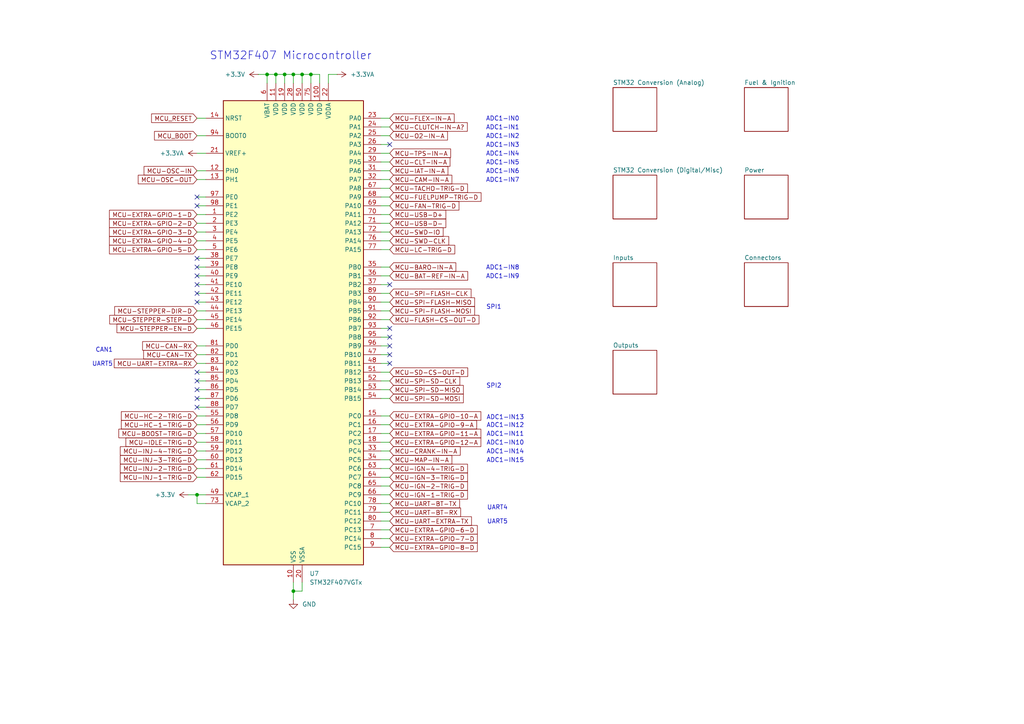
<source format=kicad_sch>
(kicad_sch (version 20250114) (generator "eeschema") (generator_version "9.0")
  (paper "A4")
  (title_block (title "0.4") (date "2021-03-27") (rev "4d") (company "Speeduino"))
  (lib_symbols
    (symbol "MCU_ST_STM32F4:STM32F407VGTx"
      (property "Reference" "U" (at -20.32 69.85 0))
      (property "Value" "STM32F407VGTx" (at 12.7 69.85 0))
      (symbol "STM32F407VGTx_0_1"
        (rectangle (start -20.32 -66.04) (end 20.32 68.58) (stroke (width 0.254)) (fill (type background)))
      )
      (symbol "STM32F407VGTx_1_1"
        (pin input line (at -25.4 63.5 0) (length 5.08) (name "NRST") (number "14"))
        (pin input line (at -25.4 58.42 0) (length 5.08) (name "BOOT0") (number "94"))
        (pin input line (at -25.4 53.34 0) (length 5.08) (name "VREF+") (number "21"))
        (pin bidirectional line (at -25.4 48.26 0) (length 5.08) (name "PH0") (number "12"))
        (pin bidirectional line (at -25.4 45.72 0) (length 5.08) (name "PH1") (number "13"))
        (pin bidirectional line (at -25.4 40.64 0) (length 5.08) (name "PE0") (number "97"))
        (pin bidirectional line (at -25.4 38.1 0) (length 5.08) (name "PE1") (number "98"))
        (pin bidirectional line (at -25.4 35.56 0) (length 5.08) (name "PE2") (number "1"))
        (pin bidirectional line (at -25.4 33.02 0) (length 5.08) (name "PE3") (number "2"))
        (pin bidirectional line (at -25.4 30.48 0) (length 5.08) (name "PE4") (number "3"))
        (pin bidirectional line (at -25.4 27.94 0) (length 5.08) (name "PE5") (number "4"))
        (pin bidirectional line (at -25.4 25.4 0) (length 5.08) (name "PE6") (number "5"))
        (pin bidirectional line (at -25.4 22.86 0) (length 5.08) (name "PE7") (number "38"))
        (pin bidirectional line (at -25.4 20.32 0) (length 5.08) (name "PE8") (number "39"))
        (pin bidirectional line (at -25.4 17.78 0) (length 5.08) (name "PE9") (number "40"))
        (pin bidirectional line (at -25.4 15.24 0) (length 5.08) (name "PE10") (number "41"))
        (pin bidirectional line (at -25.4 12.7 0) (length 5.08) (name "PE11") (number "42"))
        (pin bidirectional line (at -25.4 10.16 0) (length 5.08) (name "PE12") (number "43"))
        (pin bidirectional line (at -25.4 7.62 0) (length 5.08) (name "PE13") (number "44"))
        (pin bidirectional line (at -25.4 5.08 0) (length 5.08) (name "PE14") (number "45"))
        (pin bidirectional line (at -25.4 2.54 0) (length 5.08) (name "PE15") (number "46"))
        (pin bidirectional line (at -25.4 -2.54 0) (length 5.08) (name "PD0") (number "81"))
        (pin bidirectional line (at -25.4 -5.08 0) (length 5.08) (name "PD1") (number "82"))
        (pin bidirectional line (at -25.4 -7.62 0) (length 5.08) (name "PD2") (number "83"))
        (pin bidirectional line (at -25.4 -10.16 0) (length 5.08) (name "PD3") (number "84"))
        (pin bidirectional line (at -25.4 -12.7 0) (length 5.08) (name "PD4") (number "85"))
        (pin bidirectional line (at -25.4 -15.24 0) (length 5.08) (name "PD5") (number "86"))
        (pin bidirectional line (at -25.4 -17.78 0) (length 5.08) (name "PD6") (number "87"))
        (pin bidirectional line (at -25.4 -20.32 0) (length 5.08) (name "PD7") (number "88"))
        (pin bidirectional line (at -25.4 -22.86 0) (length 5.08) (name "PD8") (number "55"))
        (pin bidirectional line (at -25.4 -25.4 0) (length 5.08) (name "PD9") (number "56"))
        (pin bidirectional line (at -25.4 -27.94 0) (length 5.08) (name "PD10") (number "57"))
        (pin bidirectional line (at -25.4 -30.48 0) (length 5.08) (name "PD11") (number "58"))
        (pin bidirectional line (at -25.4 -33.02 0) (length 5.08) (name "PD12") (number "59"))
        (pin bidirectional line (at -25.4 -35.56 0) (length 5.08) (name "PD13") (number "60"))
        (pin bidirectional line (at -25.4 -38.1 0) (length 5.08) (name "PD14") (number "61"))
        (pin bidirectional line (at -25.4 -40.64 0) (length 5.08) (name "PD15") (number "62"))
        (pin power_out line (at -25.4 -45.72 0) (length 5.08) (name "VCAP_1") (number "49"))
        (pin power_out line (at -25.4 -48.26 0) (length 5.08) (name "VCAP_2") (number "73"))
        (pin power_in line (at -7.62 73.66 270) (length 5.08) (name "VBAT") (number "6"))
        (pin power_in line (at -5.08 73.66 270) (length 5.08) (name "VDD") (number "11"))
        (pin power_in line (at -2.54 73.66 270) (length 5.08) (name "VDD") (number "19"))
        (pin power_in line (at 0 73.66 270) (length 5.08) (name "VDD") (number "28"))
        (pin power_in line (at 0 -71.12 90) (length 5.08) (name "VSS") (number "10"))
        (pin passive line (at 0 -71.12 90) (length 5.08) (hide yes) (name "VSS") (number "27"))
        (pin passive line (at 0 -71.12 90) (length 5.08) (hide yes) (name "VSS") (number "74"))
        (pin passive line (at 0 -71.12 90) (length 5.08) (hide yes) (name "VSS") (number "99"))
        (pin power_in line (at 2.54 73.66 270) (length 5.08) (name "VDD") (number "50"))
        (pin power_in line (at 2.54 -71.12 90) (length 5.08) (name "VSSA") (number "20"))
        (pin power_in line (at 5.08 73.66 270) (length 5.08) (name "VDD") (number "75"))
        (pin power_in line (at 7.62 73.66 270) (length 5.08) (name "VDD") (number "100"))
        (pin power_in line (at 10.16 73.66 270) (length 5.08) (name "VDDA") (number "22"))
        (pin bidirectional line (at 25.4 63.5 180) (length 5.08) (name "PA0") (number "23"))
        (pin bidirectional line (at 25.4 60.96 180) (length 5.08) (name "PA1") (number "24"))
        (pin bidirectional line (at 25.4 58.42 180) (length 5.08) (name "PA2") (number "25"))
        (pin bidirectional line (at 25.4 55.88 180) (length 5.08) (name "PA3") (number "26"))
        (pin bidirectional line (at 25.4 53.34 180) (length 5.08) (name "PA4") (number "29"))
        (pin bidirectional line (at 25.4 50.8 180) (length 5.08) (name "PA5") (number "30"))
        (pin bidirectional line (at 25.4 48.26 180) (length 5.08) (name "PA6") (number "31"))
        (pin bidirectional line (at 25.4 45.72 180) (length 5.08) (name "PA7") (number "32"))
        (pin bidirectional line (at 25.4 43.18 180) (length 5.08) (name "PA8") (number "67"))
        (pin bidirectional line (at 25.4 40.64 180) (length 5.08) (name "PA9") (number "68"))
        (pin bidirectional line (at 25.4 38.1 180) (length 5.08) (name "PA10") (number "69"))
        (pin bidirectional line (at 25.4 35.56 180) (length 5.08) (name "PA11") (number "70"))
        (pin bidirectional line (at 25.4 33.02 180) (length 5.08) (name "PA12") (number "71"))
        (pin bidirectional line (at 25.4 30.48 180) (length 5.08) (name "PA13") (number "72"))
        (pin bidirectional line (at 25.4 27.94 180) (length 5.08) (name "PA14") (number "76"))
        (pin bidirectional line (at 25.4 25.4 180) (length 5.08) (name "PA15") (number "77"))
        (pin bidirectional line (at 25.4 20.32 180) (length 5.08) (name "PB0") (number "35"))
        (pin bidirectional line (at 25.4 17.78 180) (length 5.08) (name "PB1") (number "36"))
        (pin bidirectional line (at 25.4 15.24 180) (length 5.08) (name "PB2") (number "37"))
        (pin bidirectional line (at 25.4 12.7 180) (length 5.08) (name "PB3") (number "89"))
        (pin bidirectional line (at 25.4 10.16 180) (length 5.08) (name "PB4") (number "90"))
        (pin bidirectional line (at 25.4 7.62 180) (length 5.08) (name "PB5") (number "91"))
        (pin bidirectional line (at 25.4 5.08 180) (length 5.08) (name "PB6") (number "92"))
        (pin bidirectional line (at 25.4 2.54 180) (length 5.08) (name "PB7") (number "93"))
        (pin bidirectional line (at 25.4 0 180) (length 5.08) (name "PB8") (number "95"))
        (pin bidirectional line (at 25.4 -2.54 180) (length 5.08) (name "PB9") (number "96"))
        (pin bidirectional line (at 25.4 -5.08 180) (length 5.08) (name "PB10") (number "47"))
        (pin bidirectional line (at 25.4 -7.62 180) (length 5.08) (name "PB11") (number "48"))
        (pin bidirectional line (at 25.4 -10.16 180) (length 5.08) (name "PB12") (number "51"))
        (pin bidirectional line (at 25.4 -12.7 180) (length 5.08) (name "PB13") (number "52"))
        (pin bidirectional line (at 25.4 -15.24 180) (length 5.08) (name "PB14") (number "53"))
        (pin bidirectional line (at 25.4 -17.78 180) (length 5.08) (name "PB15") (number "54"))
        (pin bidirectional line (at 25.4 -22.86 180) (length 5.08) (name "PC0") (number "15"))
        (pin bidirectional line (at 25.4 -25.4 180) (length 5.08) (name "PC1") (number "16"))
        (pin bidirectional line (at 25.4 -27.94 180) (length 5.08) (name "PC2") (number "17"))
        (pin bidirectional line (at 25.4 -30.48 180) (length 5.08) (name "PC3") (number "18"))
        (pin bidirectional line (at 25.4 -33.02 180) (length 5.08) (name "PC4") (number "33"))
        (pin bidirectional line (at 25.4 -35.56 180) (length 5.08) (name "PC5") (number "34"))
        (pin bidirectional line (at 25.4 -38.1 180) (length 5.08) (name "PC6") (number "63"))
        (pin bidirectional line (at 25.4 -40.64 180) (length 5.08) (name "PC7") (number "64"))
        (pin bidirectional line (at 25.4 -43.18 180) (length 5.08) (name "PC8") (number "65"))
        (pin bidirectional line (at 25.4 -45.72 180) (length 5.08) (name "PC9") (number "66"))
        (pin bidirectional line (at 25.4 -48.26 180) (length 5.08) (name "PC10") (number "78"))
        (pin bidirectional line (at 25.4 -50.8 180) (length 5.08) (name "PC11") (number "79"))
        (pin bidirectional line (at 25.4 -53.34 180) (length 5.08) (name "PC12") (number "80"))
        (pin bidirectional line (at 25.4 -55.88 180) (length 5.08) (name "PC13") (number "7"))
        (pin bidirectional line (at 25.4 -58.42 180) (length 5.08) (name "PC14") (number "8"))
        (pin bidirectional line (at 25.4 -60.96 180) (length 5.08) (name "PC15") (number "9"))
      )
    )
    (symbol "power:+3.3V" (power) (pin_numbers (hide yes)) (pin_names (offset 0) (hide yes))
      (property "Value" "+3.3V" (at 0 3.556 0))
      (symbol "+3.3V_0_1"
        (polyline (pts (xy -0.762 1.27) (xy 0 2.54)))
        (polyline (pts (xy 0 2.54) (xy 0.762 1.27)))
        (polyline (pts (xy 0 0) (xy 0 2.54)))
      )
      (symbol "+3.3V_1_1"
        (pin power_in line (at 0 0 90) (length 0) (name "~") (number "1"))
      )
    )
    (symbol "power:+3.3VA" (power) (pin_numbers (hide yes)) (pin_names (offset 0) (hide yes))
      (property "Value" "+3.3VA" (at 0 3.556 0))
      (symbol "+3.3VA_0_1"
        (polyline (pts (xy -0.762 1.27) (xy 0 2.54)))
        (polyline (pts (xy 0 2.54) (xy 0.762 1.27)))
        (polyline (pts (xy 0 0) (xy 0 2.54)))
      )
      (symbol "+3.3VA_1_1"
        (pin power_in line (at 0 0 90) (length 0) (name "~") (number "1"))
      )
    )
    (symbol "power:GND" (power) (pin_numbers (hide yes)) (pin_names (offset 0) (hide yes))
      (property "Value" "GND" (at 0 -3.81 0))
      (symbol "GND_0_1"
        (polyline (pts (xy 0 0) (xy 0 -1.27) (xy 1.27 -1.27) (xy 0 -2.54) (xy -1.27 -1.27) (xy 0 -1.27)))
      )
      (symbol "GND_1_1"
        (pin power_in line (at 0 0 270) (length 0) (name "~") (number "1"))
      )
    )
  )
  (text "SPI1" (at 143.256 89.154 0) (effects (font (size 1.27 1.27))))
  (text "ADC1-IN3" (at 145.796 42.164 0) (effects (font (size 1.27 1.27))))
  (text "CAN1" (at 30.226 101.6 0) (effects (font (size 1.27 1.27))))
  (text "ADC1-IN14" (at 146.558 131.064 0) (effects (font (size 1.27 1.27))))
  (text "ADC1-IN2" (at 145.796 39.624 0) (effects (font (size 1.27 1.27))))
  (text "ADC1-IN5" (at 145.796 47.244 0) (effects (font (size 1.27 1.27))))
  (text "UART5\n" (at 29.718 105.664 0) (effects (font (size 1.27 1.27))))
  (text "ADC1-IN9" (at 145.796 80.264 0) (effects (font (size 1.27 1.27))))
  (text "ADC1-IN13" (at 146.558 121.158 0) (effects (font (size 1.27 1.27))))
  (text "ADC1-IN10" (at 146.558 128.524 0) (effects (font (size 1.27 1.27))))
  (text "SPI2" (at 143.256 112.014 0) (effects (font (size 1.27 1.27))))
  (text "ADC1-IN15" (at 146.558 133.604 0) (effects (font (size 1.27 1.27))))
  (text "ADC1-IN8" (at 145.796 77.724 0) (effects (font (size 1.27 1.27))))
  (text "ADC1-IN0" (at 145.796 34.544 0) (effects (font (size 1.27 1.27))))
  (text "STM32F407 Microcontroller" (at 84.328 16.256 0) (effects (font (size 2.286 2.286))))
  (text "UART4" (at 144.272 147.32 0) (effects (font (size 1.27 1.27))))
  (text "ADC1-IN4" (at 145.796 44.704 0) (effects (font (size 1.27 1.27))))
  (text "ADC1-IN7" (at 145.796 52.324 0) (effects (font (size 1.27 1.27))))
  (text "UART5\n" (at 144.272 151.384 0) (effects (font (size 1.27 1.27))))
  (text "ADC1-IN1" (at 145.796 37.084 0) (effects (font (size 1.27 1.27))))
  (text "ADC1-IN12" (at 146.558 123.444 0) (effects (font (size 1.27 1.27))))
  (text "ADC1-IN11" (at 146.558 125.984 0) (effects (font (size 1.27 1.27))))
  (text "ADC1-IN6" (at 145.796 49.784 0) (effects (font (size 1.27 1.27))))
  (junction (at 57.15 143.51))
  (junction (at 85.09 21.59))
  (junction (at 82.55 21.59))
  (junction (at 77.47 21.59))
  (junction (at 85.09 171.45))
  (junction (at 87.63 21.59))
  (junction (at 90.17 21.59))
  (junction (at 80.01 21.59))
  (no_connect (at 113.03 97.79))
  (no_connect (at 57.15 85.09))
  (no_connect (at 57.15 80.01))
  (no_connect (at 113.03 105.41))
  (no_connect (at 57.15 57.15))
  (no_connect (at 57.15 118.11))
  (no_connect (at 113.03 82.55))
  (no_connect (at 57.15 87.63))
  (no_connect (at 57.15 113.03))
  (no_connect (at 113.03 102.87))
  (no_connect (at 57.15 82.55))
  (no_connect (at 113.03 100.33))
  (no_connect (at 113.03 41.91))
  (no_connect (at 57.15 115.57))
  (no_connect (at 57.15 107.95))
  (no_connect (at 57.15 59.69))
  (no_connect (at 57.15 77.47))
  (no_connect (at 57.15 74.93))
  (no_connect (at 57.15 110.49))
  (no_connect (at 113.03 95.25))
  (wire (pts (xy 110.49 52.07) (xy 113.03 52.07)))
  (wire (pts (xy 110.49 72.39) (xy 113.03 72.39)))
  (wire (pts (xy 57.15 80.01) (xy 59.69 80.01)))
  (wire (pts (xy 110.49 120.65) (xy 113.03 120.65)))
  (wire (pts (xy 110.49 146.05) (xy 113.03 146.05)))
  (wire (pts (xy 80.01 21.59) (xy 80.01 24.13)))
  (wire (pts (xy 87.63 21.59) (xy 90.17 21.59)))
  (wire (pts (xy 57.15 133.35) (xy 59.69 133.35)))
  (wire (pts (xy 110.49 92.71) (xy 113.03 92.71)))
  (wire (pts (xy 110.49 102.87) (xy 113.03 102.87)))
  (wire (pts (xy 57.15 92.71) (xy 59.69 92.71)))
  (wire (pts (xy 57.15 105.41) (xy 59.69 105.41)))
  (wire (pts (xy 57.15 135.89) (xy 59.69 135.89)))
  (wire (pts (xy 110.49 153.67) (xy 113.03 153.67)))
  (wire (pts (xy 80.01 21.59) (xy 82.55 21.59)))
  (wire (pts (xy 110.49 80.01) (xy 113.03 80.01)))
  (wire (pts (xy 57.15 49.53) (xy 59.69 49.53)))
  (wire (pts (xy 57.15 95.25) (xy 59.69 95.25)))
  (wire (pts (xy 82.55 21.59) (xy 85.09 21.59)))
  (wire (pts (xy 57.15 62.23) (xy 59.69 62.23)))
  (wire (pts (xy 57.15 113.03) (xy 59.69 113.03)))
  (wire (pts (xy 95.25 21.59) (xy 97.79 21.59)))
  (wire (pts (xy 110.49 34.29) (xy 113.03 34.29)))
  (wire (pts (xy 110.49 36.83) (xy 113.03 36.83)))
  (wire (pts (xy 110.49 87.63) (xy 113.03 87.63)))
  (wire (pts (xy 54.61 143.51) (xy 57.15 143.51)))
  (wire (pts (xy 82.55 21.59) (xy 82.55 24.13)))
  (wire (pts (xy 85.09 168.91) (xy 85.09 171.45)))
  (wire (pts (xy 110.49 44.45) (xy 113.03 44.45)))
  (wire (pts (xy 57.15 64.77) (xy 59.69 64.77)))
  (wire (pts (xy 110.49 133.35) (xy 113.03 133.35)))
  (wire (pts (xy 57.15 102.87) (xy 59.69 102.87)))
  (wire (pts (xy 57.15 67.31) (xy 59.69 67.31)))
  (wire (pts (xy 110.49 62.23) (xy 113.03 62.23)))
  (wire (pts (xy 110.49 156.21) (xy 113.03 156.21)))
  (wire (pts (xy 87.63 21.59) (xy 87.63 24.13)))
  (wire (pts (xy 57.15 39.37) (xy 59.69 39.37)))
  (wire (pts (xy 57.15 120.65) (xy 59.69 120.65)))
  (wire (pts (xy 110.49 130.81) (xy 113.03 130.81)))
  (wire (pts (xy 110.49 85.09) (xy 113.03 85.09)))
  (wire (pts (xy 110.49 49.53) (xy 113.03 49.53)))
  (wire (pts (xy 110.49 67.31) (xy 113.03 67.31)))
  (wire (pts (xy 110.49 128.27) (xy 113.03 128.27)))
  (wire (pts (xy 57.15 74.93) (xy 59.69 74.93)))
  (wire (pts (xy 110.49 107.95) (xy 113.03 107.95)))
  (wire (pts (xy 87.63 168.91) (xy 87.63 171.45)))
  (wire (pts (xy 85.09 171.45) (xy 85.09 173.99)))
  (wire (pts (xy 95.25 21.59) (xy 95.25 24.13)))
  (wire (pts (xy 57.15 34.29) (xy 59.69 34.29)))
  (wire (pts (xy 110.49 59.69) (xy 113.03 59.69)))
  (wire (pts (xy 57.15 125.73) (xy 59.69 125.73)))
  (wire (pts (xy 110.49 125.73) (xy 113.03 125.73)))
  (wire (pts (xy 110.49 90.17) (xy 113.03 90.17)))
  (wire (pts (xy 85.09 21.59) (xy 87.63 21.59)))
  (wire (pts (xy 57.15 100.33) (xy 59.69 100.33)))
  (wire (pts (xy 57.15 123.19) (xy 59.69 123.19)))
  (wire (pts (xy 90.17 21.59) (xy 92.71 21.59)))
  (wire (pts (xy 57.15 107.95) (xy 59.69 107.95)))
  (wire (pts (xy 110.49 39.37) (xy 113.03 39.37)))
  (wire (pts (xy 110.49 158.75) (xy 113.03 158.75)))
  (wire (pts (xy 110.49 77.47) (xy 113.03 77.47)))
  (wire (pts (xy 110.49 82.55) (xy 113.03 82.55)))
  (wire (pts (xy 110.49 135.89) (xy 113.03 135.89)))
  (wire (pts (xy 85.09 21.59) (xy 85.09 24.13)))
  (wire (pts (xy 57.15 52.07) (xy 59.69 52.07)))
  (wire (pts (xy 110.49 97.79) (xy 113.03 97.79)))
  (wire (pts (xy 92.71 21.59) (xy 92.71 24.13)))
  (wire (pts (xy 57.15 85.09) (xy 59.69 85.09)))
  (wire (pts (xy 110.49 148.59) (xy 113.03 148.59)))
  (wire (pts (xy 57.15 143.51) (xy 57.15 146.05)))
  (wire (pts (xy 57.15 87.63) (xy 59.69 87.63)))
  (wire (pts (xy 57.15 130.81) (xy 59.69 130.81)))
  (wire (pts (xy 57.15 77.47) (xy 59.69 77.47)))
  (wire (pts (xy 57.15 44.45) (xy 59.69 44.45)))
  (wire (pts (xy 110.49 64.77) (xy 113.03 64.77)))
  (wire (pts (xy 77.47 21.59) (xy 80.01 21.59)))
  (wire (pts (xy 110.49 123.19) (xy 113.03 123.19)))
  (wire (pts (xy 110.49 113.03) (xy 113.03 113.03)))
  (wire (pts (xy 110.49 138.43) (xy 113.03 138.43)))
  (wire (pts (xy 57.15 143.51) (xy 59.69 143.51)))
  (wire (pts (xy 110.49 54.61) (xy 113.03 54.61)))
  (wire (pts (xy 57.15 57.15) (xy 59.69 57.15)))
  (wire (pts (xy 77.47 21.59) (xy 77.47 24.13)))
  (wire (pts (xy 110.49 57.15) (xy 113.03 57.15)))
  (wire (pts (xy 57.15 138.43) (xy 59.69 138.43)))
  (wire (pts (xy 110.49 115.57) (xy 113.03 115.57)))
  (wire (pts (xy 85.09 171.45) (xy 87.63 171.45)))
  (wire (pts (xy 110.49 110.49) (xy 113.03 110.49)))
  (wire (pts (xy 57.15 82.55) (xy 59.69 82.55)))
  (wire (pts (xy 57.15 115.57) (xy 59.69 115.57)))
  (wire (pts (xy 59.69 146.05) (xy 57.15 146.05)))
  (wire (pts (xy 57.15 110.49) (xy 59.69 110.49)))
  (wire (pts (xy 110.49 143.51) (xy 113.03 143.51)))
  (wire (pts (xy 57.15 59.69) (xy 59.69 59.69)))
  (wire (pts (xy 110.49 151.13) (xy 113.03 151.13)))
  (wire (pts (xy 57.15 90.17) (xy 59.69 90.17)))
  (wire (pts (xy 74.93 21.59) (xy 77.47 21.59)))
  (wire (pts (xy 57.15 72.39) (xy 59.69 72.39)))
  (wire (pts (xy 110.49 69.85) (xy 113.03 69.85)))
  (wire (pts (xy 90.17 21.59) (xy 90.17 24.13)))
  (wire (pts (xy 57.15 69.85) (xy 59.69 69.85)))
  (wire (pts (xy 110.49 46.99) (xy 113.03 46.99)))
  (wire (pts (xy 57.15 128.27) (xy 59.69 128.27)))
  (wire (pts (xy 110.49 95.25) (xy 113.03 95.25)))
  (wire (pts (xy 110.49 105.41) (xy 113.03 105.41)))
  (wire (pts (xy 57.15 118.11) (xy 59.69 118.11)))
  (wire (pts (xy 110.49 41.91) (xy 113.03 41.91)))
  (wire (pts (xy 110.49 100.33) (xy 113.03 100.33)))
  (wire (pts (xy 110.49 140.97) (xy 113.03 140.97)))
  (global_label "MCU-FAN-TRIG-D" (shape input) (at 113.03 59.69 0) (property "Intersheetrefs" "${INTERSHEET_REFS}" (effects (hide yes))))
  (global_label "MCU-LC-TRIG-D" (shape input) (at 113.03 72.39 0) (property "Intersheetrefs" "${INTERSHEET_REFS}" (effects (hide yes))))
  (global_label "MCU-HC-1-TRIG-D" (shape input) (at 57.15 123.19 180) (property "Intersheetrefs" "${INTERSHEET_REFS}" (effects (hide yes))))
  (global_label "MCU-OSC-IN" (shape input) (at 57.15 49.53 180) (property "Intersheetrefs" "${INTERSHEET_REFS}" (effects (hide yes))))
  (global_label "MCU-UART-BT-TX" (shape input) (at 113.03 146.05 0) (property "Intersheetrefs" "${INTERSHEET_REFS}" (effects (hide yes))))
  (global_label "MCU-TPS-IN-A" (shape input) (at 113.03 44.45 0) (property "Intersheetrefs" "${INTERSHEET_REFS}" (effects (hide yes))))
  (global_label "MCU-IGN-3-TRIG-D" (shape input) (at 113.03 138.43 0) (property "Intersheetrefs" "${INTERSHEET_REFS}" (effects (hide yes))))
  (global_label "MCU-IGN-2-TRIG-D" (shape input) (at 113.03 140.97 0) (property "Intersheetrefs" "${INTERSHEET_REFS}" (effects (hide yes))))
  (global_label "MCU-OSC-OUT" (shape input) (at 57.15 52.07 180) (property "Intersheetrefs" "${INTERSHEET_REFS}" (effects (hide yes))))
  (global_label "MCU-CLT-IN-A" (shape input) (at 113.03 46.99 0) (property "Intersheetrefs" "${INTERSHEET_REFS}" (effects (hide yes))))
  (global_label "MCU-SPI-FLASH-MISO" (shape input) (at 113.03 87.63 0) (property "Intersheetrefs" "${INTERSHEET_REFS}" (effects (hide yes))))
  (global_label "MCU-EXTRA-GPIO-7-D" (shape input) (at 113.03 156.21 0) (property "Intersheetrefs" "${INTERSHEET_REFS}" (effects (hide yes))))
  (global_label "MCU-EXTRA-GPIO-4-D" (shape input) (at 57.15 69.85 180) (property "Intersheetrefs" "${INTERSHEET_REFS}" (effects (hide yes))))
  (global_label "MCU-CLUTCH-IN-A?" (shape input) (at 113.03 36.83 0) (property "Intersheetrefs" "${INTERSHEET_REFS}" (effects (hide yes))))
  (global_label "MCU-O2-IN-A" (shape input) (at 113.03 39.37 0) (property "Intersheetrefs" "${INTERSHEET_REFS}" (effects (hide yes))))
  (global_label "MCU-INJ-2-TRIG-D" (shape input) (at 57.15 135.89 180) (property "Intersheetrefs" "${INTERSHEET_REFS}" (effects (hide yes))))
  (global_label "MCU-SPI-SD-MOSI" (shape input) (at 113.03 115.57 0) (property "Intersheetrefs" "${INTERSHEET_REFS}" (effects (hide yes))))
  (global_label "MCU-EXTRA-GPIO-12-A" (shape input) (at 113.03 128.27 0) (property "Intersheetrefs" "${INTERSHEET_REFS}" (effects (hide yes))))
  (global_label "MCU-TACHO-TRIG-D" (shape input) (at 113.03 54.61 0) (property "Intersheetrefs" "${INTERSHEET_REFS}" (effects (hide yes))))
  (global_label "MCU-SWD-IO" (shape input) (at 113.03 67.31 0) (property "Intersheetrefs" "${INTERSHEET_REFS}" (effects (hide yes))))
  (global_label "MCU-SD-CS-OUT-D" (shape input) (at 113.03 107.95 0) (property "Intersheetrefs" "${INTERSHEET_REFS}" (effects (hide yes))))
  (global_label "MCU-USB-D-" (shape input) (at 113.03 64.77 0) (property "Intersheetrefs" "${INTERSHEET_REFS}" (effects (hide yes))))
  (global_label "MCU-HC-2-TRIG-D" (shape input) (at 57.15 120.65 180) (property "Intersheetrefs" "${INTERSHEET_REFS}" (effects (hide yes))))
  (global_label "MCU-EXTRA-GPIO-9-A" (shape input) (at 113.03 123.19 0) (property "Intersheetrefs" "${INTERSHEET_REFS}" (effects (hide yes))))
  (global_label "MCU-INJ-3-TRIG-D" (shape input) (at 57.15 133.35 180) (property "Intersheetrefs" "${INTERSHEET_REFS}" (effects (hide yes))))
  (global_label "MCU-IGN-4-TRIG-D" (shape input) (at 113.03 135.89 0) (property "Intersheetrefs" "${INTERSHEET_REFS}" (effects (hide yes))))
  (global_label "MCU-EXTRA-GPIO-5-D" (shape input) (at 57.15 72.39 180) (property "Intersheetrefs" "${INTERSHEET_REFS}" (effects (hide yes))))
  (global_label "MCU-CRANK-IN-A" (shape input) (at 113.03 130.81 0) (property "Intersheetrefs" "${INTERSHEET_REFS}" (effects (hide yes))))
  (global_label "MCU-UART-BT-RX" (shape input) (at 113.03 148.59 0) (property "Intersheetrefs" "${INTERSHEET_REFS}" (effects (hide yes))))
  (global_label "MCU-STEPPER-DIR-D" (shape input) (at 57.15 90.17 180) (property "Intersheetrefs" "${INTERSHEET_REFS}" (effects (hide yes))))
  (global_label "MCU-EXTRA-GPIO-3-D" (shape input) (at 57.15 67.31 180) (property "Intersheetrefs" "${INTERSHEET_REFS}" (effects (hide yes))))
  (global_label "MCU-UART-EXTRA-TX" (shape input) (at 113.03 151.13 0) (property "Intersheetrefs" "${INTERSHEET_REFS}" (effects (hide yes))))
  (global_label "MCU-FUELPUMP-TRIG-D" (shape input) (at 113.03 57.15 0) (property "Intersheetrefs" "${INTERSHEET_REFS}" (effects (hide yes))))
  (global_label "MCU_BOOT" (shape input) (at 57.15 39.37 180) (property "Intersheetrefs" "${INTERSHEET_REFS}" (effects (hide yes))))
  (global_label "MCU-IGN-1-TRIG-D" (shape input) (at 113.03 143.51 0) (property "Intersheetrefs" "${INTERSHEET_REFS}" (effects (hide yes))))
  (global_label "MCU-INJ-4-TRIG-D" (shape input) (at 57.15 130.81 180) (property "Intersheetrefs" "${INTERSHEET_REFS}" (effects (hide yes))))
  (global_label "MCU-INJ-1-TRIG-D" (shape input) (at 57.15 138.43 180) (property "Intersheetrefs" "${INTERSHEET_REFS}" (effects (hide yes))))
  (global_label "MCU-IDLE-TRIG-D" (shape input) (at 57.15 128.27 180) (property "Intersheetrefs" "${INTERSHEET_REFS}" (effects (hide yes))))
  (global_label "MCU-SPI-SD-MISO" (shape input) (at 113.03 113.03 0) (property "Intersheetrefs" "${INTERSHEET_REFS}" (effects (hide yes))))
  (global_label "MCU-BOOST-TRIG-D" (shape input) (at 57.15 125.73 180) (property "Intersheetrefs" "${INTERSHEET_REFS}" (effects (hide yes))))
  (global_label "MCU-FLEX-IN-A" (shape input) (at 113.03 34.29 0) (property "Intersheetrefs" "${INTERSHEET_REFS}" (effects (hide yes))))
  (global_label "MCU-SPI-FLASH-CLK" (shape input) (at 113.03 85.09 0) (property "Intersheetrefs" "${INTERSHEET_REFS}" (effects (hide yes))))
  (global_label "MCU-MAP-IN-A" (shape input) (at 113.03 133.35 0) (property "Intersheetrefs" "${INTERSHEET_REFS}" (effects (hide yes))))
  (global_label "MCU-SWD-CLK" (shape input) (at 113.03 69.85 0) (property "Intersheetrefs" "${INTERSHEET_REFS}" (effects (hide yes))))
  (global_label "MCU-IAT-IN-A" (shape input) (at 113.03 49.53 0) (property "Intersheetrefs" "${INTERSHEET_REFS}" (effects (hide yes))))
  (global_label "MCU-EXTRA-GPIO-10-A" (shape input) (at 113.03 120.65 0) (property "Intersheetrefs" "${INTERSHEET_REFS}" (effects (hide yes))))
  (global_label "MCU-FLASH-CS-OUT-D" (shape input) (at 113.03 92.71 0) (property "Intersheetrefs" "${INTERSHEET_REFS}" (effects (hide yes))))
  (global_label "MCU-EXTRA-GPIO-2-D" (shape input) (at 57.15 64.77 180) (property "Intersheetrefs" "${INTERSHEET_REFS}" (effects (hide yes))))
  (global_label "MCU-STEPPER-STEP-D" (shape input) (at 57.15 92.71 180) (property "Intersheetrefs" "${INTERSHEET_REFS}" (effects (hide yes))))
  (global_label "MCU-UART-EXTRA-RX" (shape input) (at 57.15 105.41 180) (property "Intersheetrefs" "${INTERSHEET_REFS}" (effects (hide yes))))
  (global_label "MCU-CAN-RX" (shape input) (at 57.15 100.33 180) (property "Intersheetrefs" "${INTERSHEET_REFS}" (effects (hide yes))))
  (global_label "MCU-USB-D+" (shape input) (at 113.03 62.23 0) (property "Intersheetrefs" "${INTERSHEET_REFS}" (effects (hide yes))))
  (global_label "MCU-EXTRA-GPIO-8-D" (shape input) (at 113.03 158.75 0) (property "Intersheetrefs" "${INTERSHEET_REFS}" (effects (hide yes))))
  (global_label "MCU-SPI-FLASH-MOSI" (shape input) (at 113.03 90.17 0) (property "Intersheetrefs" "${INTERSHEET_REFS}" (effects (hide yes))))
  (global_label "MCU-EXTRA-GPIO-1-D" (shape input) (at 57.15 62.23 180) (property "Intersheetrefs" "${INTERSHEET_REFS}" (effects (hide yes))))
  (global_label "MCU_RESET" (shape input) (at 57.15 34.29 180) (property "Intersheetrefs" "${INTERSHEET_REFS}" (effects (hide yes))))
  (global_label "MCU-CAN-TX" (shape input) (at 57.15 102.87 180) (property "Intersheetrefs" "${INTERSHEET_REFS}" (effects (hide yes))))
  (global_label "MCU-SPI-SD-CLK" (shape input) (at 113.03 110.49 0) (property "Intersheetrefs" "${INTERSHEET_REFS}" (effects (hide yes))))
  (global_label "MCU-BARO-IN-A" (shape input) (at 113.03 77.47 0) (property "Intersheetrefs" "${INTERSHEET_REFS}" (effects (hide yes))))
  (global_label "MCU-EXTRA-GPIO-11-A" (shape input) (at 113.03 125.73 0) (property "Intersheetrefs" "${INTERSHEET_REFS}" (effects (hide yes))))
  (global_label "MCU-BAT-REF-IN-A" (shape input) (at 113.03 80.01 0) (property "Intersheetrefs" "${INTERSHEET_REFS}" (effects (hide yes))))
  (global_label "MCU-STEPPER-EN-D" (shape input) (at 57.15 95.25 180) (property "Intersheetrefs" "${INTERSHEET_REFS}" (effects (hide yes))))
  (global_label "MCU-CAM-IN-A" (shape input) (at 113.03 52.07 0) (property "Intersheetrefs" "${INTERSHEET_REFS}" (effects (hide yes))))
  (global_label "MCU-EXTRA-GPIO-6-D" (shape input) (at 113.03 153.67 0) (property "Intersheetrefs" "${INTERSHEET_REFS}" (effects (hide yes))))
  (symbol (lib_id "power:GND") (at 85.09 173.99 0) (unit 1)
    (property "Reference" "#PWR035" (effects (hide yes)))
    (property "Value" "GND" (at 87.63 175.2599 0) (effects (justify left)))
    (property "Description" "Power symbol creates a global label with name \"GND\" , ground" (effects (hide yes)))
  )
  (symbol (lib_id "power:+3.3V") (at 54.61 143.51 90) (unit 1)
    (property "Reference" "#PWR027" (effects (hide yes)))
    (property "Value" "+3.3V" (at 50.8 143.5099 90) (effects (justify left)))
    (property "Description" "Power symbol creates a global label with name \"+3.3V\"" (effects (hide yes)))
  )
  (symbol (lib_id "MCU_ST_STM32F4:STM32F407VGTx") (at 85.09 97.79 0) (unit 1)
    (property "Reference" "U7" (at 89.7733 166.37 0) (effects (justify left)))
    (property "Value" "STM32F407VGTx" (at 89.7733 168.91 0) (effects (justify left)))
    (property "Footprint" "Package_QFP:LQFP-100_14x14mm_P0.5mm" (effects (hide yes)))
    (property "Datasheet" "https://www.st.com/resource/en/datasheet/stm32f407vg.pdf" (effects (hide yes)))
    (property "Description" "STMicroelectronics Arm Cortex-M4 MCU, 1024KB flash, 192KB RAM, 168 MHz, 1.8-3.6V, 82 GPIO, LQFP100" (effects (hide yes)))
  )
  (symbol (lib_id "power:+3.3VA") (at 97.79 21.59 270) (unit 1)
    (property "Reference" "#PWR044" (effects (hide yes)))
    (property "Value" "+3.3VA" (at 101.6 21.5899 90) (effects (justify left)))
    (property "Description" "Power symbol creates a global label with name \"+3.3VA\"" (effects (hide yes)))
  )
  (symbol (lib_id "power:+3.3VA") (at 57.15 44.45 90) (unit 1)
    (property "Reference" "#PWR043" (effects (hide yes)))
    (property "Value" "+3.3VA" (at 53.34 44.4499 90) (effects (justify left)))
    (property "Description" "Power symbol creates a global label with name \"+3.3VA\"" (effects (hide yes)))
  )
  (symbol (lib_id "power:+3.3V") (at 74.93 21.59 90) (unit 1)
    (property "Reference" "#PWR032" (effects (hide yes)))
    (property "Value" "+3.3V" (at 71.12 21.5899 90) (effects (justify left)))
    (property "Description" "Power symbol creates a global label with name \"+3.3V\"" (effects (hide yes)))
  )
  (sheet (at 215.9 25.4) (size 12.7 12.7)
    (property "Sheetname" "Fuel & Ignition" (at 215.9 24.6884 0) (effects (justify left bottom)))
    (property "Sheetfile" "fuel_ignition.kicad_sch" (effects (hide yes)))
  )
  (sheet (at 177.8 76.2) (size 12.7 12.7)
    (property "Sheetname" "Inputs" (at 177.8 75.4884 0) (effects (justify left bottom)))
    (property "Sheetfile" "inputs.kicad_sch" (effects (hide yes)))
  )
  (sheet (at 215.9 50.8) (size 12.7 12.7)
    (property "Sheetname" "Power" (at 215.9 50.0884 0) (effects (justify left bottom)))
    (property "Sheetfile" "power.kicad_sch" (effects (hide yes)))
  )
  (sheet (at 215.9 76.2) (size 12.7 12.7)
    (property "Sheetname" "Connectors" (at 215.9 75.4884 0) (effects (justify left bottom)))
    (property "Sheetfile" "connectors.kicad_sch" (effects (hide yes)))
  )
  (sheet (at 177.8 101.6) (size 12.7 12.7)
    (property "Sheetname" "Outputs" (at 177.8 100.8884 0) (effects (justify left bottom)))
    (property "Sheetfile" "outputs.kicad_sch" (effects (hide yes)))
  )
  (sheet (at 177.8 25.4) (size 12.7 12.7) (stroke (width 0.1524))
    (property "Sheetname" "STM32 Conversion (Analog)" (at 177.8 24.6884 0) (effects (justify left bottom)))
    (property "Sheetfile" "stm32_conversion_analog_digital.kicad_sch" (effects (hide yes)))
  )
  (sheet (at 177.8 50.8) (size 12.7 12.7) (stroke (width 0.1524))
    (property "Sheetname" "STM32 Conversion (Digital/Misc)" (at 177.8 50.0884 0) (effects (justify left bottom)))
    (property "Sheetfile" "stm32_conversion_misc.kicad_sch" (effects (hide yes)))
  )
)
</source>
